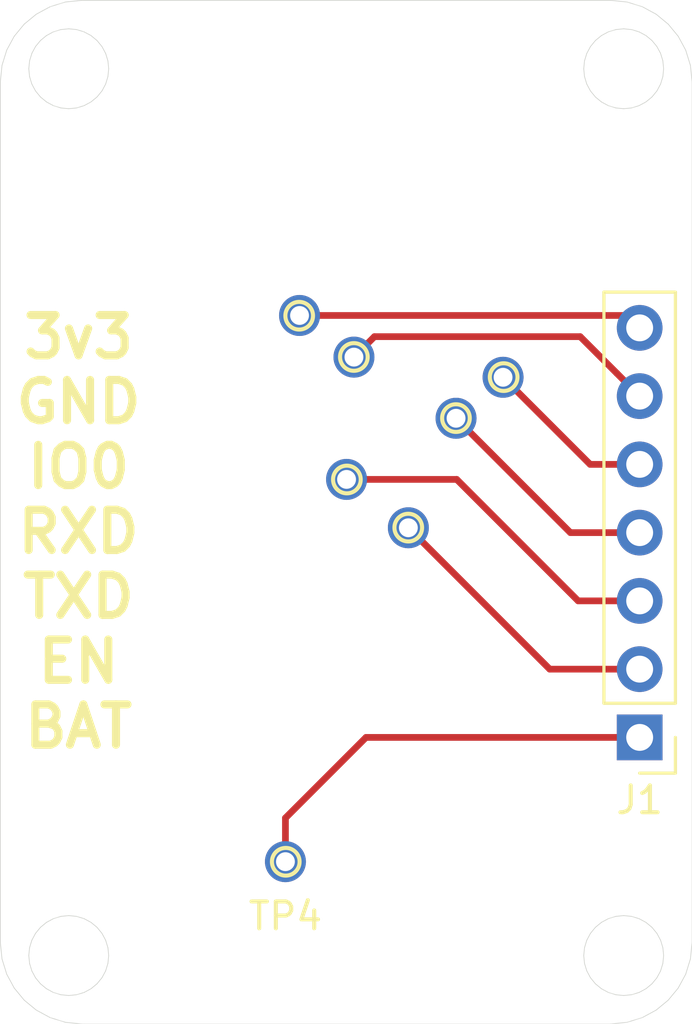
<source format=kicad_pcb>
(kicad_pcb (version 20171130) (host pcbnew "(6.0.0-rc1-dev-95-gfecadeca2)")

  (general
    (thickness 1.6)
    (drawings 1)
    (tracks 18)
    (zones 0)
    (modules 9)
    (nets 8)
  )

  (page A4)
  (layers
    (0 F.Cu signal)
    (31 B.Cu signal)
    (32 B.Adhes user)
    (33 F.Adhes user)
    (34 B.Paste user)
    (35 F.Paste user)
    (36 B.SilkS user)
    (37 F.SilkS user)
    (38 B.Mask user)
    (39 F.Mask user)
    (40 Dwgs.User user)
    (41 Cmts.User user)
    (42 Eco1.User user)
    (43 Eco2.User user)
    (44 Edge.Cuts user)
    (45 Margin user)
    (46 B.CrtYd user)
    (47 F.CrtYd user)
    (48 B.Fab user)
    (49 F.Fab user)
  )

  (setup
    (last_trace_width 0.25)
    (trace_clearance 0.2)
    (zone_clearance 0.508)
    (zone_45_only no)
    (trace_min 0.2)
    (via_size 0.8)
    (via_drill 0.4)
    (via_min_size 0.4)
    (via_min_drill 0.3)
    (uvia_size 0.3)
    (uvia_drill 0.1)
    (uvias_allowed no)
    (uvia_min_size 0.2)
    (uvia_min_drill 0.1)
    (edge_width 0.05)
    (segment_width 0.2)
    (pcb_text_width 0.3)
    (pcb_text_size 1.5 1.5)
    (mod_edge_width 0.12)
    (mod_text_size 1 1)
    (mod_text_width 0.15)
    (pad_size 1.524 1.524)
    (pad_drill 0.762)
    (pad_to_mask_clearance 0.2)
    (aux_axis_origin 0 0)
    (visible_elements 7FFFFFFF)
    (pcbplotparams
      (layerselection 0x010fc_ffffffff)
      (usegerberextensions false)
      (usegerberattributes false)
      (usegerberadvancedattributes false)
      (creategerberjobfile false)
      (excludeedgelayer true)
      (linewidth 0.100000)
      (plotframeref false)
      (viasonmask false)
      (mode 1)
      (useauxorigin false)
      (hpglpennumber 1)
      (hpglpenspeed 20)
      (hpglpendiameter 15.000000)
      (psnegative false)
      (psa4output false)
      (plotreference true)
      (plotvalue true)
      (plotinvisibletext false)
      (padsonsilk false)
      (subtractmaskfromsilk false)
      (outputformat 1)
      (mirror false)
      (drillshape 1)
      (scaleselection 1)
      (outputdirectory ""))
  )

  (net 0 "")
  (net 1 "Net-(J1-Pad7)")
  (net 2 "Net-(J1-Pad6)")
  (net 3 "Net-(J1-Pad5)")
  (net 4 "Net-(J1-Pad4)")
  (net 5 "Net-(J1-Pad3)")
  (net 6 "Net-(J1-Pad2)")
  (net 7 "Net-(J1-Pad1)")

  (net_class Default "This is the default net class."
    (clearance 0.2)
    (trace_width 0.25)
    (via_dia 0.8)
    (via_drill 0.4)
    (uvia_dia 0.3)
    (uvia_drill 0.1)
    (add_net "Net-(J1-Pad1)")
    (add_net "Net-(J1-Pad2)")
    (add_net "Net-(J1-Pad3)")
    (add_net "Net-(J1-Pad4)")
    (add_net "Net-(J1-Pad5)")
    (add_net "Net-(J1-Pad6)")
    (add_net "Net-(J1-Pad7)")
  )

  (module Socket_Strips:Socket_Strip_Straight_1x07_Pitch2.54mm (layer F.Cu) (tedit 58CD5446) (tstamp 5B6679A0)
    (at 132.334 100.076 180)
    (descr "Through hole straight socket strip, 1x07, 2.54mm pitch, single row")
    (tags "Through hole socket strip THT 1x07 2.54mm single row")
    (path /5B6617D2)
    (fp_text reference J1 (at 0 -2.33 180) (layer F.SilkS)
      (effects (font (size 1 1) (thickness 0.15)))
    )
    (fp_text value Conn_01x07_Female (at 0 17.57 180) (layer F.Fab) hide
      (effects (font (size 1 1) (thickness 0.15)))
    )
    (fp_text user %R (at 0 -2.33 180) (layer F.Fab)
      (effects (font (size 1 1) (thickness 0.15)))
    )
    (fp_line (start 1.8 -1.8) (end -1.8 -1.8) (layer F.CrtYd) (width 0.05))
    (fp_line (start 1.8 17.05) (end 1.8 -1.8) (layer F.CrtYd) (width 0.05))
    (fp_line (start -1.8 17.05) (end 1.8 17.05) (layer F.CrtYd) (width 0.05))
    (fp_line (start -1.8 -1.8) (end -1.8 17.05) (layer F.CrtYd) (width 0.05))
    (fp_line (start -1.33 -1.33) (end 0 -1.33) (layer F.SilkS) (width 0.12))
    (fp_line (start -1.33 0) (end -1.33 -1.33) (layer F.SilkS) (width 0.12))
    (fp_line (start 1.33 1.27) (end -1.33 1.27) (layer F.SilkS) (width 0.12))
    (fp_line (start 1.33 16.57) (end 1.33 1.27) (layer F.SilkS) (width 0.12))
    (fp_line (start -1.33 16.57) (end 1.33 16.57) (layer F.SilkS) (width 0.12))
    (fp_line (start -1.33 1.27) (end -1.33 16.57) (layer F.SilkS) (width 0.12))
    (fp_line (start 1.27 -1.27) (end -1.27 -1.27) (layer F.Fab) (width 0.1))
    (fp_line (start 1.27 16.51) (end 1.27 -1.27) (layer F.Fab) (width 0.1))
    (fp_line (start -1.27 16.51) (end 1.27 16.51) (layer F.Fab) (width 0.1))
    (fp_line (start -1.27 -1.27) (end -1.27 16.51) (layer F.Fab) (width 0.1))
    (pad 7 thru_hole oval (at 0 15.24 180) (size 1.7 1.7) (drill 1) (layers *.Cu *.Mask)
      (net 1 "Net-(J1-Pad7)"))
    (pad 6 thru_hole oval (at 0 12.7 180) (size 1.7 1.7) (drill 1) (layers *.Cu *.Mask)
      (net 2 "Net-(J1-Pad6)"))
    (pad 5 thru_hole oval (at 0 10.16 180) (size 1.7 1.7) (drill 1) (layers *.Cu *.Mask)
      (net 3 "Net-(J1-Pad5)"))
    (pad 4 thru_hole oval (at 0 7.62 180) (size 1.7 1.7) (drill 1) (layers *.Cu *.Mask)
      (net 4 "Net-(J1-Pad4)"))
    (pad 3 thru_hole oval (at 0 5.08 180) (size 1.7 1.7) (drill 1) (layers *.Cu *.Mask)
      (net 5 "Net-(J1-Pad3)"))
    (pad 2 thru_hole oval (at 0 2.54 180) (size 1.7 1.7) (drill 1) (layers *.Cu *.Mask)
      (net 6 "Net-(J1-Pad2)"))
    (pad 1 thru_hole rect (at 0 0 180) (size 1.7 1.7) (drill 1) (layers *.Cu *.Mask)
      (net 7 "Net-(J1-Pad1)"))
    (model ${KISYS3DMOD}/Socket_Strips.3dshapes/Socket_Strip_Straight_1x07_Pitch2.54mm.wrl
      (offset (xyz 0 -7.619999885559082 0))
      (scale (xyz 1 1 1))
      (rotate (xyz 0 0 270))
    )
  )

  (module jig_outline:Jig_probe (layer F.Cu) (tedit 5B661050) (tstamp 5B667725)
    (at 121.412 91.694)
    (descr "Imported from Jig_probe_PCB.svg")
    (tags svg2mod)
    (attr smd)
    (fp_text reference jig_footprint (at 0 -22.093185) (layer F.SilkS) hide
      (effects (font (size 1.524 1.524) (thickness 0.3048)))
    )
    (fp_text value G*** (at 0 22.093185) (layer F.SilkS) hide
      (effects (font (size 1.524 1.524) (thickness 0.3048)))
    )
    (fp_circle (center -2.25 13.009612) (end -1.925 12.609612) (layer F.SilkS) (width 0.15))
    (fp_circle (center 2.309612 0.575) (end 2.634612 0.175) (layer F.SilkS) (width 0.15))
    (fp_circle (center 0.025 -1.215388) (end 0.540388 -1.215388) (layer F.SilkS) (width 0.15))
    (fp_circle (center 5.859612 -5.025) (end 6.184612 -5.425) (layer F.SilkS) (width 0.15))
    (fp_circle (center 4.084612 -3.5) (end 4.409612 -3.9) (layer F.SilkS) (width 0.15))
    (fp_circle (center 0.284612 -5.775) (end 0.609612 -6.175) (layer F.SilkS) (width 0.15))
    (fp_circle (center -1.75 -7.309612) (end -1.425 -7.709612) (layer F.SilkS) (width 0.15))
    (fp_line (start -10.32745 -17.986855) (end -10.036 -17.958055) (layer Edge.Cuts) (width 0.026458))
    (fp_line (start -10.036 -17.958055) (end -9.75838 -17.873755) (layer Edge.Cuts) (width 0.026458))
    (fp_line (start -9.75838 -17.873755) (end -9.50242 -17.737165) (layer Edge.Cuts) (width 0.026458))
    (fp_line (start -9.50242 -17.737165) (end -9.27591 -17.551505) (layer Edge.Cuts) (width 0.026458))
    (fp_line (start -9.27591 -17.551505) (end -9.09017 -17.325055) (layer Edge.Cuts) (width 0.026458))
    (fp_line (start -9.09017 -17.325055) (end -8.95349 -17.069135) (layer Edge.Cuts) (width 0.026458))
    (fp_line (start -8.95349 -17.069135) (end -8.86909 -16.791555) (layer Edge.Cuts) (width 0.026458))
    (fp_line (start -8.86909 -16.791555) (end -8.84019 -16.500105) (layer Edge.Cuts) (width 0.026458))
    (fp_line (start -8.84019 -16.500105) (end -8.86899 -16.208585) (layer Edge.Cuts) (width 0.026458))
    (fp_line (start -8.86899 -16.208585) (end -8.95329 -15.930915) (layer Edge.Cuts) (width 0.026458))
    (fp_line (start -8.95329 -15.930915) (end -9.08994 -15.674915) (layer Edge.Cuts) (width 0.026458))
    (fp_line (start -9.08994 -15.674915) (end -9.27567 -15.448375) (layer Edge.Cuts) (width 0.026458))
    (fp_line (start -9.27567 -15.448375) (end -9.50221 -15.262645) (layer Edge.Cuts) (width 0.026458))
    (fp_line (start -9.50221 -15.262645) (end -9.75821 -15.125995) (layer Edge.Cuts) (width 0.026458))
    (fp_line (start -9.75821 -15.125995) (end -10.03588 -15.041695) (layer Edge.Cuts) (width 0.026458))
    (fp_line (start -10.03588 -15.041695) (end -10.3274 -15.012895) (layer Edge.Cuts) (width 0.026458))
    (fp_line (start -10.3274 -15.012895) (end -10.61885 -15.041795) (layer Edge.Cuts) (width 0.026458))
    (fp_line (start -10.61885 -15.041795) (end -10.89644 -15.126195) (layer Edge.Cuts) (width 0.026458))
    (fp_line (start -10.89644 -15.126195) (end -11.15235 -15.262885) (layer Edge.Cuts) (width 0.026458))
    (fp_line (start -11.15235 -15.262885) (end -11.3788 -15.448615) (layer Edge.Cuts) (width 0.026458))
    (fp_line (start -11.3788 -15.448615) (end -11.56446 -15.675135) (layer Edge.Cuts) (width 0.026458))
    (fp_line (start -11.56446 -15.675135) (end -11.70105 -15.931095) (layer Edge.Cuts) (width 0.026458))
    (fp_line (start -11.70105 -15.931095) (end -11.78535 -16.208705) (layer Edge.Cuts) (width 0.026458))
    (fp_line (start -11.78535 -16.208705) (end -11.81415 -16.500165) (layer Edge.Cuts) (width 0.026458))
    (fp_line (start -11.81415 -16.500165) (end -11.78395 -16.799775) (layer Edge.Cuts) (width 0.026458))
    (fp_line (start -11.78395 -16.799775) (end -11.69725 -17.078835) (layer Edge.Cuts) (width 0.026458))
    (fp_line (start -11.69725 -17.078835) (end -11.56017 -17.331355) (layer Edge.Cuts) (width 0.026458))
    (fp_line (start -11.56017 -17.331355) (end -11.37863 -17.551385) (layer Edge.Cuts) (width 0.026458))
    (fp_line (start -11.37863 -17.551385) (end -11.15861 -17.732925) (layer Edge.Cuts) (width 0.026458))
    (fp_line (start -11.15861 -17.732925) (end -10.90608 -17.870005) (layer Edge.Cuts) (width 0.026458))
    (fp_line (start -10.90608 -17.870005) (end -10.62702 -17.956605) (layer Edge.Cuts) (width 0.026458))
    (fp_line (start -10.62702 -17.956605) (end -10.32741 -17.986805) (layer Edge.Cuts) (width 0.026458))
    (fp_line (start -10.32741 -17.986805) (end -10.32745 -17.986855) (layer Edge.Cuts) (width 0.026458))
    (fp_line (start 10.03596 -15.041705) (end 9.75829 -15.126005) (layer Edge.Cuts) (width 0.026458))
    (fp_line (start 9.75829 -15.126005) (end 9.50229 -15.262655) (layer Edge.Cuts) (width 0.026458))
    (fp_line (start 9.50229 -15.262655) (end 9.27576 -15.448385) (layer Edge.Cuts) (width 0.026458))
    (fp_line (start 9.27576 -15.448385) (end 9.09002 -15.674925) (layer Edge.Cuts) (width 0.026458))
    (fp_line (start 9.09002 -15.674925) (end 8.95337 -15.930925) (layer Edge.Cuts) (width 0.026458))
    (fp_line (start 8.95337 -15.930925) (end 8.86907 -16.208595) (layer Edge.Cuts) (width 0.026458))
    (fp_line (start 8.86907 -16.208595) (end 8.84027 -16.500115) (layer Edge.Cuts) (width 0.026458))
    (fp_line (start 8.84027 -16.500115) (end 8.86917 -16.791565) (layer Edge.Cuts) (width 0.026458))
    (fp_line (start 8.86917 -16.791565) (end 8.95357 -17.069145) (layer Edge.Cuts) (width 0.026458))
    (fp_line (start 8.95357 -17.069145) (end 9.09025 -17.325065) (layer Edge.Cuts) (width 0.026458))
    (fp_line (start 9.09025 -17.325065) (end 9.27599 -17.551515) (layer Edge.Cuts) (width 0.026458))
    (fp_line (start 9.27599 -17.551515) (end 9.5025 -17.737175) (layer Edge.Cuts) (width 0.026458))
    (fp_line (start 9.5025 -17.737175) (end 9.75846 -17.873765) (layer Edge.Cuts) (width 0.026458))
    (fp_line (start 9.75846 -17.873765) (end 10.03608 -17.958065) (layer Edge.Cuts) (width 0.026458))
    (fp_line (start 10.03608 -17.958065) (end 10.32754 -17.986865) (layer Edge.Cuts) (width 0.026458))
    (fp_line (start 10.32754 -17.986865) (end 10.3275 -17.986805) (layer Edge.Cuts) (width 0.026458))
    (fp_line (start 10.3275 -17.986805) (end 10.62711 -17.956605) (layer Edge.Cuts) (width 0.026458))
    (fp_line (start 10.62711 -17.956605) (end 10.90616 -17.870005) (layer Edge.Cuts) (width 0.026458))
    (fp_line (start 10.90616 -17.870005) (end 11.15869 -17.732925) (layer Edge.Cuts) (width 0.026458))
    (fp_line (start 11.15869 -17.732925) (end 11.37871 -17.551385) (layer Edge.Cuts) (width 0.026458))
    (fp_line (start 11.37871 -17.551385) (end 11.56025 -17.331355) (layer Edge.Cuts) (width 0.026458))
    (fp_line (start 11.56025 -17.331355) (end 11.69733 -17.078835) (layer Edge.Cuts) (width 0.026458))
    (fp_line (start 11.69733 -17.078835) (end 11.78403 -16.799775) (layer Edge.Cuts) (width 0.026458))
    (fp_line (start 11.78403 -16.799775) (end 11.81423 -16.500165) (layer Edge.Cuts) (width 0.026458))
    (fp_line (start 11.81423 -16.500165) (end 11.78543 -16.208705) (layer Edge.Cuts) (width 0.026458))
    (fp_line (start 11.78543 -16.208705) (end 11.70113 -15.931095) (layer Edge.Cuts) (width 0.026458))
    (fp_line (start 11.70113 -15.931095) (end 11.56454 -15.675135) (layer Edge.Cuts) (width 0.026458))
    (fp_line (start 11.56454 -15.675135) (end 11.37888 -15.448615) (layer Edge.Cuts) (width 0.026458))
    (fp_line (start 11.37888 -15.448615) (end 11.15243 -15.262885) (layer Edge.Cuts) (width 0.026458))
    (fp_line (start 11.15243 -15.262885) (end 10.89652 -15.126205) (layer Edge.Cuts) (width 0.026458))
    (fp_line (start 10.89652 -15.126205) (end 10.61894 -15.041805) (layer Edge.Cuts) (width 0.026458))
    (fp_line (start 10.61894 -15.041805) (end 10.32749 -15.012905) (layer Edge.Cuts) (width 0.026458))
    (fp_line (start 10.32749 -15.012905) (end 10.03596 -15.041705) (layer Edge.Cuts) (width 0.026458))
    (fp_line (start -9.8386 -19.045185) (end -10.45156 -18.983785) (layer Edge.Cuts) (width 0.026458))
    (fp_line (start -10.45156 -18.983785) (end -11.02177 -18.807525) (layer Edge.Cuts) (width 0.026458))
    (fp_line (start -11.02177 -18.807525) (end -11.53721 -18.528455) (layer Edge.Cuts) (width 0.026458))
    (fp_line (start -11.53721 -18.528455) (end -11.98588 -18.158575) (layer Edge.Cuts) (width 0.026458))
    (fp_line (start -10.32736 15.012855) (end -10.03584 15.041655) (layer Edge.Cuts) (width 0.026458))
    (fp_line (start -10.03584 15.041655) (end -9.75817 15.125955) (layer Edge.Cuts) (width 0.026458))
    (fp_line (start -9.75817 15.125955) (end -9.50217 15.262605) (layer Edge.Cuts) (width 0.026458))
    (fp_line (start -9.50217 15.262605) (end -9.27563 15.448345) (layer Edge.Cuts) (width 0.026458))
    (fp_line (start -9.27563 15.448345) (end -9.0899 15.674875) (layer Edge.Cuts) (width 0.026458))
    (fp_line (start -9.0899 15.674875) (end -8.95325 15.930875) (layer Edge.Cuts) (width 0.026458))
    (fp_line (start -8.95325 15.930875) (end -8.86895 16.208545) (layer Edge.Cuts) (width 0.026458))
    (fp_line (start -8.86895 16.208545) (end -8.84015 16.500075) (layer Edge.Cuts) (width 0.026458))
    (fp_line (start -8.84015 16.500075) (end -8.86905 16.791525) (layer Edge.Cuts) (width 0.026458))
    (fp_line (start -8.86905 16.791525) (end -8.95345 17.069105) (layer Edge.Cuts) (width 0.026458))
    (fp_line (start -8.95345 17.069105) (end -9.09013 17.325015) (layer Edge.Cuts) (width 0.026458))
    (fp_line (start -9.09013 17.325015) (end -9.27587 17.551465) (layer Edge.Cuts) (width 0.026458))
    (fp_line (start -9.27587 17.551465) (end -9.50238 17.737125) (layer Edge.Cuts) (width 0.026458))
    (fp_line (start -9.50238 17.737125) (end -9.75834 17.873715) (layer Edge.Cuts) (width 0.026458))
    (fp_line (start -9.75834 17.873715) (end -10.03596 17.958015) (layer Edge.Cuts) (width 0.026458))
    (fp_line (start -10.03596 17.958015) (end -10.32741 17.986815) (layer Edge.Cuts) (width 0.026458))
    (fp_line (start -10.32741 17.986815) (end -10.62702 17.956615) (layer Edge.Cuts) (width 0.026458))
    (fp_line (start -10.62702 17.956615) (end -10.90608 17.870015) (layer Edge.Cuts) (width 0.026458))
    (fp_line (start -10.90608 17.870015) (end -11.15861 17.732935) (layer Edge.Cuts) (width 0.026458))
    (fp_line (start -11.15861 17.732935) (end -11.37863 17.551395) (layer Edge.Cuts) (width 0.026458))
    (fp_line (start -11.37863 17.551395) (end -11.56017 17.331375) (layer Edge.Cuts) (width 0.026458))
    (fp_line (start -11.56017 17.331375) (end -11.69725 17.078845) (layer Edge.Cuts) (width 0.026458))
    (fp_line (start -11.69725 17.078845) (end -11.78395 16.799785) (layer Edge.Cuts) (width 0.026458))
    (fp_line (start -11.78395 16.799785) (end -11.81415 16.500185) (layer Edge.Cuts) (width 0.026458))
    (fp_line (start -11.81415 16.500185) (end -11.78535 16.208725) (layer Edge.Cuts) (width 0.026458))
    (fp_line (start -11.78535 16.208725) (end -11.70105 15.931105) (layer Edge.Cuts) (width 0.026458))
    (fp_line (start -11.70105 15.931105) (end -11.56446 15.675145) (layer Edge.Cuts) (width 0.026458))
    (fp_line (start -11.56446 15.675145) (end -11.3788 15.448635) (layer Edge.Cuts) (width 0.026458))
    (fp_line (start -11.3788 15.448635) (end -11.15235 15.262895) (layer Edge.Cuts) (width 0.026458))
    (fp_line (start -11.15235 15.262895) (end -10.89644 15.126215) (layer Edge.Cuts) (width 0.026458))
    (fp_line (start -10.89644 15.126215) (end -10.61885 15.041815) (layer Edge.Cuts) (width 0.026458))
    (fp_line (start -10.61885 15.041815) (end -10.3274 15.012915) (layer Edge.Cuts) (width 0.026458))
    (fp_line (start -10.3274 15.012915) (end -10.32736 15.012855) (layer Edge.Cuts) (width 0.026458))
    (fp_line (start -11.98588 -18.158575) (end -12.35575 -17.709915) (layer Edge.Cuts) (width 0.026458))
    (fp_line (start -12.35575 -17.709915) (end -12.63483 -17.194465) (layer Edge.Cuts) (width 0.026458))
    (fp_line (start 9.09023 17.325015) (end 8.95355 17.069105) (layer Edge.Cuts) (width 0.026458))
    (fp_line (start 8.95355 17.069105) (end 8.86915 16.791525) (layer Edge.Cuts) (width 0.026458))
    (fp_line (start 8.86915 16.791525) (end 8.84025 16.500075) (layer Edge.Cuts) (width 0.026458))
    (fp_line (start 8.84025 16.500075) (end 8.86905 16.208545) (layer Edge.Cuts) (width 0.026458))
    (fp_line (start 8.86905 16.208545) (end 8.95335 15.930875) (layer Edge.Cuts) (width 0.026458))
    (fp_line (start 8.95335 15.930875) (end 9.09 15.674875) (layer Edge.Cuts) (width 0.026458))
    (fp_line (start 9.09 15.674875) (end 9.27574 15.448345) (layer Edge.Cuts) (width 0.026458))
    (fp_line (start 9.27574 15.448345) (end 9.50227 15.262605) (layer Edge.Cuts) (width 0.026458))
    (fp_line (start 9.50227 15.262605) (end 9.75827 15.125955) (layer Edge.Cuts) (width 0.026458))
    (fp_line (start 9.75827 15.125955) (end 10.03594 15.041655) (layer Edge.Cuts) (width 0.026458))
    (fp_line (start 10.03594 15.041655) (end 10.32747 15.012855) (layer Edge.Cuts) (width 0.026458))
    (fp_line (start 10.32747 15.012855) (end 10.32751 15.012915) (layer Edge.Cuts) (width 0.026458))
    (fp_line (start 10.32751 15.012915) (end 10.61896 15.041815) (layer Edge.Cuts) (width 0.026458))
    (fp_line (start 10.61896 15.041815) (end 10.89654 15.126215) (layer Edge.Cuts) (width 0.026458))
    (fp_line (start 10.89654 15.126215) (end 11.15245 15.262895) (layer Edge.Cuts) (width 0.026458))
    (fp_line (start 11.15245 15.262895) (end 11.3789 15.448635) (layer Edge.Cuts) (width 0.026458))
    (fp_line (start 11.3789 15.448635) (end 11.56456 15.675145) (layer Edge.Cuts) (width 0.026458))
    (fp_line (start 11.56456 15.675145) (end 11.70115 15.931105) (layer Edge.Cuts) (width 0.026458))
    (fp_line (start 11.70115 15.931105) (end 11.78545 16.208725) (layer Edge.Cuts) (width 0.026458))
    (fp_line (start 11.78545 16.208725) (end 11.81425 16.500185) (layer Edge.Cuts) (width 0.026458))
    (fp_line (start 11.81425 16.500185) (end 11.78405 16.799785) (layer Edge.Cuts) (width 0.026458))
    (fp_line (start 11.78405 16.799785) (end 11.69735 17.078845) (layer Edge.Cuts) (width 0.026458))
    (fp_line (start 11.69735 17.078845) (end 11.56027 17.331375) (layer Edge.Cuts) (width 0.026458))
    (fp_line (start 11.56027 17.331375) (end 11.37873 17.551395) (layer Edge.Cuts) (width 0.026458))
    (fp_line (start 11.37873 17.551395) (end 11.15871 17.732935) (layer Edge.Cuts) (width 0.026458))
    (fp_line (start 11.15871 17.732935) (end 10.90618 17.870015) (layer Edge.Cuts) (width 0.026458))
    (fp_line (start 10.90618 17.870015) (end 10.62713 17.956615) (layer Edge.Cuts) (width 0.026458))
    (fp_line (start 10.62713 17.956615) (end 10.32752 17.986815) (layer Edge.Cuts) (width 0.026458))
    (fp_line (start 10.32752 17.986815) (end 10.03606 17.958015) (layer Edge.Cuts) (width 0.026458))
    (fp_line (start 10.03606 17.958015) (end 9.75844 17.873715) (layer Edge.Cuts) (width 0.026458))
    (fp_line (start 9.75844 17.873715) (end 9.50248 17.737125) (layer Edge.Cuts) (width 0.026458))
    (fp_line (start 9.50248 17.737125) (end 9.27597 17.551465) (layer Edge.Cuts) (width 0.026458))
    (fp_line (start 9.27597 17.551465) (end 9.09023 17.325015) (layer Edge.Cuts) (width 0.026458))
    (fp_line (start -12.63483 -17.194465) (end -12.81108 -16.624255) (layer Edge.Cuts) (width 0.026458))
    (fp_line (start -12.81108 -16.624255) (end -12.87248 -16.011305) (layer Edge.Cuts) (width 0.026458))
    (fp_line (start -12.87248 -16.011305) (end -12.87248 16.011305) (layer Edge.Cuts) (width 0.026458))
    (fp_line (start -12.87248 16.011305) (end -12.81108 16.624265) (layer Edge.Cuts) (width 0.026458))
    (fp_line (start -12.81108 16.624265) (end -12.63483 17.194465) (layer Edge.Cuts) (width 0.026458))
    (fp_line (start -12.63483 17.194465) (end -12.35575 17.709915) (layer Edge.Cuts) (width 0.026458))
    (fp_line (start -12.35575 17.709915) (end -11.98588 18.158585) (layer Edge.Cuts) (width 0.026458))
    (fp_line (start -11.98588 18.158585) (end -11.53721 18.528455) (layer Edge.Cuts) (width 0.026458))
    (fp_line (start -11.53721 18.528455) (end -11.02177 18.807535) (layer Edge.Cuts) (width 0.026458))
    (fp_line (start -11.02177 18.807535) (end -10.45156 18.983785) (layer Edge.Cuts) (width 0.026458))
    (fp_line (start -10.45156 18.983785) (end -9.8386 19.045185) (layer Edge.Cuts) (width 0.026458))
    (fp_line (start -9.8386 19.045185) (end 9.8386 19.045185) (layer Edge.Cuts) (width 0.026458))
    (fp_line (start 9.8386 19.045185) (end 10.45156 18.983785) (layer Edge.Cuts) (width 0.026458))
    (fp_line (start 10.45156 18.983785) (end 11.02177 18.807535) (layer Edge.Cuts) (width 0.026458))
    (fp_line (start 11.02177 18.807535) (end 11.53721 18.528455) (layer Edge.Cuts) (width 0.026458))
    (fp_line (start 11.53721 18.528455) (end 11.98588 18.158585) (layer Edge.Cuts) (width 0.026458))
    (fp_line (start 11.98588 18.158585) (end 12.35575 17.709915) (layer Edge.Cuts) (width 0.026458))
    (fp_line (start 12.35575 17.709915) (end 12.63483 17.194465) (layer Edge.Cuts) (width 0.026458))
    (fp_line (start 12.63483 17.194465) (end 12.81108 16.624265) (layer Edge.Cuts) (width 0.026458))
    (fp_line (start 12.81108 16.624265) (end 12.87248 16.011305) (layer Edge.Cuts) (width 0.026458))
    (fp_line (start 12.87248 16.011305) (end 12.87248 -16.011305) (layer Edge.Cuts) (width 0.026458))
    (fp_line (start 12.87248 -16.011305) (end 12.81108 -16.624255) (layer Edge.Cuts) (width 0.026458))
    (fp_line (start 12.81108 -16.624255) (end 12.63483 -17.194465) (layer Edge.Cuts) (width 0.026458))
    (fp_line (start 12.63483 -17.194465) (end 12.35575 -17.709915) (layer Edge.Cuts) (width 0.026458))
    (fp_line (start 12.35575 -17.709915) (end 11.98588 -18.158575) (layer Edge.Cuts) (width 0.026458))
    (fp_line (start 11.98588 -18.158575) (end 11.53721 -18.528455) (layer Edge.Cuts) (width 0.026458))
    (fp_line (start 11.53721 -18.528455) (end 11.02177 -18.807525) (layer Edge.Cuts) (width 0.026458))
    (fp_line (start 11.02177 -18.807525) (end 10.45156 -18.983785) (layer Edge.Cuts) (width 0.026458))
    (fp_line (start 10.45156 -18.983785) (end 9.8386 -19.045185) (layer Edge.Cuts) (width 0.026458))
    (fp_line (start 9.8386 -19.045185) (end -9.8386 -19.045185) (layer Edge.Cuts) (width 0.026458))
  )

  (module jig_outline:testpad_th (layer F.Cu) (tedit 5B6613A9) (tstamp 5B668936)
    (at 123.725 92.275)
    (path /5B6619DF)
    (fp_text reference TP1 (at 0 2.025) (layer F.SilkS) hide
      (effects (font (size 1 1) (thickness 0.15)))
    )
    (fp_text value TestPoint (at -0.05 -1.65) (layer F.Fab) hide
      (effects (font (size 1 1) (thickness 0.15)))
    )
    (pad 1 thru_hole circle (at 0 0) (size 1.524 1.524) (drill 0.7) (layers *.Cu *.Mask)
      (net 6 "Net-(J1-Pad2)"))
  )

  (module jig_outline:testpad_th (layer F.Cu) (tedit 5B6613A9) (tstamp 5B6686DD)
    (at 125.5 88.2)
    (path /5B661A6F)
    (fp_text reference TP2 (at 0 2.025) (layer F.SilkS) hide
      (effects (font (size 1 1) (thickness 0.15)))
    )
    (fp_text value TestPoint (at -0.05 -1.65) (layer F.Fab) hide
      (effects (font (size 1 1) (thickness 0.15)))
    )
    (pad 1 thru_hole circle (at 0 0) (size 1.524 1.524) (drill 0.7) (layers *.Cu *.Mask)
      (net 4 "Net-(J1-Pad4)"))
  )

  (module jig_outline:testpad_th (layer F.Cu) (tedit 5B6613A9) (tstamp 5B6668BD)
    (at 121.7 85.925)
    (path /5B661AB1)
    (fp_text reference TP3 (at 0 2.025) (layer F.SilkS) hide
      (effects (font (size 1 1) (thickness 0.15)))
    )
    (fp_text value TestPoint (at -0.05 -1.65) (layer F.Fab) hide
      (effects (font (size 1 1) (thickness 0.15)))
    )
    (pad 1 thru_hole circle (at 0 0) (size 1.524 1.524) (drill 0.7) (layers *.Cu *.Mask)
      (net 2 "Net-(J1-Pad6)"))
  )

  (module jig_outline:testpad_th (layer F.Cu) (tedit 5B6613A9) (tstamp 5B6668C2)
    (at 119.15 104.7)
    (path /5B6618B0)
    (fp_text reference TP4 (at 0 2.025) (layer F.SilkS)
      (effects (font (size 1 1) (thickness 0.15)))
    )
    (fp_text value TestPoint (at -0.05 -1.65) (layer F.Fab)
      (effects (font (size 1 1) (thickness 0.15)))
    )
    (pad 1 thru_hole circle (at 0 0) (size 1.524 1.524) (drill 0.7) (layers *.Cu *.Mask)
      (net 7 "Net-(J1-Pad1)"))
  )

  (module jig_outline:testpad_th (layer F.Cu) (tedit 5B6613A9) (tstamp 5B6687A8)
    (at 121.425 90.475)
    (path /5B661A53)
    (fp_text reference TP5 (at 0 2.025) (layer F.SilkS) hide
      (effects (font (size 1 1) (thickness 0.15)))
    )
    (fp_text value TestPoint (at -0.05 -1.65) (layer F.Fab) hide
      (effects (font (size 1 1) (thickness 0.15)))
    )
    (pad 1 thru_hole circle (at 0 0) (size 1.524 1.524) (drill 0.7) (layers *.Cu *.Mask)
      (net 5 "Net-(J1-Pad3)"))
  )

  (module jig_outline:testpad_th (layer F.Cu) (tedit 5B6613A9) (tstamp 5B6668CC)
    (at 127.25 86.675)
    (path /5B661A8F)
    (fp_text reference TP6 (at 0 2.025) (layer F.SilkS) hide
      (effects (font (size 1 1) (thickness 0.15)))
    )
    (fp_text value TestPoint (at -0.05 -1.65) (layer F.Fab) hide
      (effects (font (size 1 1) (thickness 0.15)))
    )
    (pad 1 thru_hole circle (at 0 0) (size 1.524 1.524) (drill 0.7) (layers *.Cu *.Mask)
      (net 3 "Net-(J1-Pad5)"))
  )

  (module jig_outline:testpad_th (layer F.Cu) (tedit 5B6613A9) (tstamp 5B6668D1)
    (at 119.675 84.375)
    (path /5B661AD5)
    (fp_text reference TP7 (at 0 2.025) (layer F.SilkS) hide
      (effects (font (size 1 1) (thickness 0.15)))
    )
    (fp_text value TestPoint (at -0.05 -1.65) (layer F.Fab) hide
      (effects (font (size 1 1) (thickness 0.15)))
    )
    (pad 1 thru_hole circle (at 0 0) (size 1.524 1.524) (drill 0.7) (layers *.Cu *.Mask)
      (net 1 "Net-(J1-Pad7)"))
  )

  (gr_text "3v3\nGND\nIO0\nRXD\nTXD\nEN\nBAT" (at 111.45 92.425) (layer F.SilkS)
    (effects (font (size 1.5 1.5) (thickness 0.3)))
  )

  (segment (start 131.873 84.375) (end 132.334 84.836) (width 0.25) (layer F.Cu) (net 1))
  (segment (start 119.675 84.375) (end 131.873 84.375) (width 0.25) (layer F.Cu) (net 1))
  (segment (start 131.484001 86.526001) (end 132.334 87.376) (width 0.25) (layer F.Cu) (net 2))
  (segment (start 130.121001 85.163001) (end 131.484001 86.526001) (width 0.25) (layer F.Cu) (net 2))
  (segment (start 122.461999 85.163001) (end 130.121001 85.163001) (width 0.25) (layer F.Cu) (net 2))
  (segment (start 121.7 85.925) (end 122.461999 85.163001) (width 0.25) (layer F.Cu) (net 2))
  (segment (start 130.491 89.916) (end 132.334 89.916) (width 0.25) (layer F.Cu) (net 3))
  (segment (start 127.25 86.675) (end 130.491 89.916) (width 0.25) (layer F.Cu) (net 3))
  (segment (start 129.756 92.456) (end 125.5 88.2) (width 0.25) (layer F.Cu) (net 4))
  (segment (start 132.334 92.456) (end 129.756 92.456) (width 0.25) (layer F.Cu) (net 4))
  (segment (start 132.334 94.996) (end 130.046 94.996) (width 0.25) (layer F.Cu) (net 5))
  (segment (start 125.525 90.475) (end 121.425 90.475) (width 0.25) (layer F.Cu) (net 5))
  (segment (start 130.046 94.996) (end 125.525 90.475) (width 0.25) (layer F.Cu) (net 5))
  (segment (start 128.986 97.536) (end 123.725 92.275) (width 0.25) (layer F.Cu) (net 6))
  (segment (start 132.334 97.536) (end 128.986 97.536) (width 0.25) (layer F.Cu) (net 6))
  (segment (start 132.334 100.076) (end 122.149 100.076) (width 0.25) (layer F.Cu) (net 7))
  (segment (start 119.15 103.075) (end 119.15 104.7) (width 0.25) (layer F.Cu) (net 7))
  (segment (start 122.149 100.076) (end 119.15 103.075) (width 0.25) (layer F.Cu) (net 7))

)

</source>
